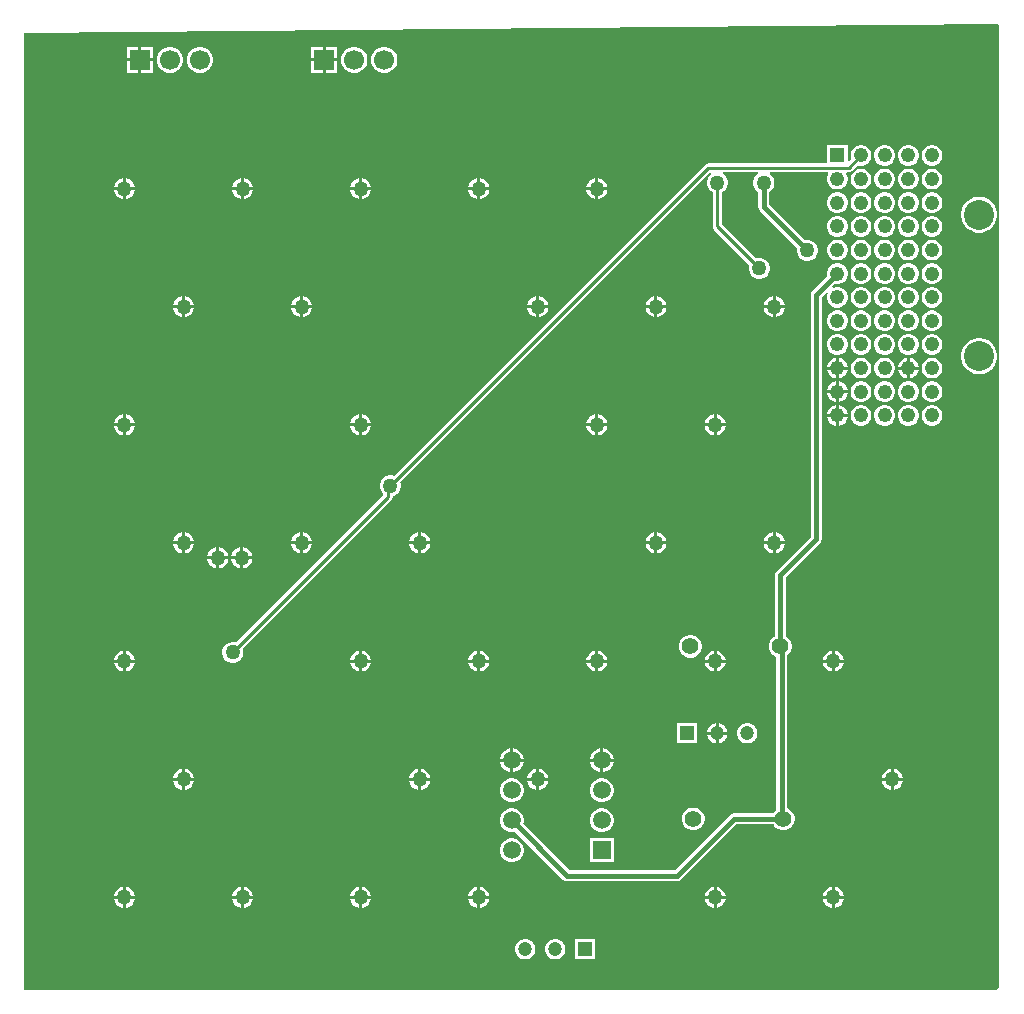
<source format=gbl>
G04*
G04 #@! TF.GenerationSoftware,Altium Limited,Altium Designer,22.10.1 (41)*
G04*
G04 Layer_Physical_Order=2*
G04 Layer_Color=16711680*
%FSLAX44Y44*%
%MOMM*%
G71*
G04*
G04 #@! TF.SameCoordinates,BBA1CDE9-E941-4060-8147-212A69EDE18F*
G04*
G04*
G04 #@! TF.FilePolarity,Positive*
G04*
G01*
G75*
%ADD14C,0.2540*%
%ADD30C,1.2000*%
%ADD31R,1.2000X1.2000*%
%ADD39C,0.4064*%
%ADD42R,1.2430X1.2430*%
%ADD43C,1.2430*%
%ADD44R,1.5000X1.5000*%
%ADD45C,1.5000*%
%ADD46C,1.4000*%
%ADD47C,1.7000*%
%ADD48R,1.7000X1.7000*%
%ADD49C,1.2700*%
%ADD50C,2.5400*%
G36*
X840740Y838568D02*
Y24130D01*
X838200Y21590D01*
X15240D01*
Y831850D01*
X839838Y839462D01*
X840740Y838568D01*
D02*
G37*
%LPC*%
G36*
X280280Y820030D02*
X270510D01*
Y810260D01*
X280280D01*
Y820030D01*
D02*
G37*
G36*
X267970D02*
X258200D01*
Y810260D01*
X267970D01*
Y820030D01*
D02*
G37*
G36*
X124070D02*
X114300D01*
Y810260D01*
X124070D01*
Y820030D01*
D02*
G37*
G36*
X111760D02*
X101990D01*
Y810260D01*
X111760D01*
Y820030D01*
D02*
G37*
G36*
X321493D02*
X318587D01*
X315779Y819278D01*
X313261Y817824D01*
X311206Y815769D01*
X309752Y813251D01*
X309000Y810443D01*
Y807537D01*
X309752Y804729D01*
X311206Y802211D01*
X313261Y800156D01*
X315779Y798702D01*
X318587Y797950D01*
X321493D01*
X324301Y798702D01*
X326819Y800156D01*
X328874Y802211D01*
X330328Y804729D01*
X331080Y807537D01*
Y810443D01*
X330328Y813251D01*
X328874Y815769D01*
X326819Y817824D01*
X324301Y819278D01*
X321493Y820030D01*
D02*
G37*
G36*
X296094D02*
X293187D01*
X290379Y819278D01*
X287861Y817824D01*
X285806Y815769D01*
X284352Y813251D01*
X283600Y810443D01*
Y807537D01*
X284352Y804729D01*
X285806Y802211D01*
X287861Y800156D01*
X290379Y798702D01*
X293187Y797950D01*
X296094D01*
X298901Y798702D01*
X301419Y800156D01*
X303474Y802211D01*
X304928Y804729D01*
X305680Y807537D01*
Y810443D01*
X304928Y813251D01*
X303474Y815769D01*
X301419Y817824D01*
X298901Y819278D01*
X296094Y820030D01*
D02*
G37*
G36*
X280280Y807720D02*
X270510D01*
Y797950D01*
X280280D01*
Y807720D01*
D02*
G37*
G36*
X267970D02*
X258200D01*
Y797950D01*
X267970D01*
Y807720D01*
D02*
G37*
G36*
X165284Y820030D02*
X162377D01*
X159569Y819278D01*
X157051Y817824D01*
X154996Y815769D01*
X153542Y813251D01*
X152790Y810443D01*
Y807537D01*
X153542Y804729D01*
X154996Y802211D01*
X157051Y800156D01*
X159569Y798702D01*
X162377Y797950D01*
X165284D01*
X168091Y798702D01*
X170609Y800156D01*
X172664Y802211D01*
X174118Y804729D01*
X174870Y807537D01*
Y810443D01*
X174118Y813251D01*
X172664Y815769D01*
X170609Y817824D01*
X168091Y819278D01*
X165284Y820030D01*
D02*
G37*
G36*
X139883D02*
X136977D01*
X134169Y819278D01*
X131651Y817824D01*
X129596Y815769D01*
X128142Y813251D01*
X127390Y810443D01*
Y807537D01*
X128142Y804729D01*
X129596Y802211D01*
X131651Y800156D01*
X134169Y798702D01*
X136977Y797950D01*
X139883D01*
X142691Y798702D01*
X145209Y800156D01*
X147264Y802211D01*
X148718Y804729D01*
X149470Y807537D01*
Y810443D01*
X148718Y813251D01*
X147264Y815769D01*
X145209Y817824D01*
X142691Y819278D01*
X139883Y820030D01*
D02*
G37*
G36*
X124070Y807720D02*
X114300D01*
Y797950D01*
X124070D01*
Y807720D01*
D02*
G37*
G36*
X111760D02*
X101990D01*
Y797950D01*
X111760D01*
Y807720D01*
D02*
G37*
G36*
X724743Y736775D02*
X722437D01*
X720211Y736178D01*
X718214Y735026D01*
X716584Y733396D01*
X715432Y731399D01*
X714835Y729173D01*
Y726867D01*
X715281Y725204D01*
X713518Y723442D01*
X712345Y723928D01*
Y736775D01*
X694835D01*
Y721390D01*
X594315D01*
X592828Y721094D01*
X591568Y720252D01*
X328046Y456730D01*
X326290Y457200D01*
X323950D01*
X321689Y456594D01*
X319661Y455424D01*
X318006Y453769D01*
X316836Y451741D01*
X316230Y449480D01*
Y447140D01*
X316836Y444879D01*
X318006Y442851D01*
X319291Y441566D01*
Y440355D01*
X194696Y315760D01*
X192940Y316230D01*
X190600D01*
X188339Y315624D01*
X186311Y314454D01*
X184656Y312799D01*
X183486Y310771D01*
X182880Y308510D01*
Y306170D01*
X183486Y303909D01*
X184656Y301881D01*
X186311Y300226D01*
X188339Y299056D01*
X190600Y298450D01*
X192940D01*
X195201Y299056D01*
X197229Y300226D01*
X198884Y301881D01*
X200054Y303909D01*
X200660Y306170D01*
Y308510D01*
X200190Y310266D01*
X325923Y435999D01*
X326765Y437259D01*
X327061Y438746D01*
Y439626D01*
X328551Y440026D01*
X330579Y441196D01*
X332234Y442851D01*
X333404Y444879D01*
X334010Y447140D01*
Y449480D01*
X333540Y451236D01*
X595628Y713325D01*
X596190Y713239D01*
X596463Y712189D01*
X596469Y711911D01*
X594866Y710309D01*
X593696Y708281D01*
X593090Y706020D01*
Y703680D01*
X593696Y701419D01*
X594866Y699391D01*
X596521Y697736D01*
X598095Y696827D01*
Y668020D01*
X598391Y666533D01*
X599233Y665273D01*
X629120Y635386D01*
X628650Y633630D01*
Y631290D01*
X629256Y629029D01*
X630426Y627001D01*
X632081Y625346D01*
X634109Y624176D01*
X636370Y623570D01*
X638710D01*
X640971Y624176D01*
X642999Y625346D01*
X644654Y627001D01*
X645824Y629029D01*
X646430Y631290D01*
Y633630D01*
X645824Y635891D01*
X644654Y637919D01*
X642999Y639574D01*
X640971Y640744D01*
X638710Y641350D01*
X636370D01*
X634614Y640880D01*
X605865Y669629D01*
Y696827D01*
X607439Y697736D01*
X609094Y699391D01*
X610264Y701419D01*
X610870Y703680D01*
Y706020D01*
X610264Y708281D01*
X609094Y710309D01*
X607439Y711964D01*
X606769Y712350D01*
X607109Y713620D01*
X636221D01*
X636561Y712350D01*
X635891Y711964D01*
X634236Y710309D01*
X633066Y708281D01*
X632460Y706020D01*
Y703680D01*
X633066Y701419D01*
X634236Y699391D01*
X635891Y697736D01*
X636688Y697276D01*
Y684530D01*
X637043Y682746D01*
X638054Y681234D01*
X669528Y649759D01*
X669290Y648870D01*
Y646530D01*
X669896Y644269D01*
X671066Y642241D01*
X672721Y640586D01*
X674749Y639416D01*
X677010Y638810D01*
X679350D01*
X681611Y639416D01*
X683639Y640586D01*
X685294Y642241D01*
X686464Y644269D01*
X687070Y646530D01*
Y648870D01*
X686464Y651131D01*
X685294Y653159D01*
X683639Y654814D01*
X681611Y655984D01*
X679350Y656590D01*
X677010D01*
X676121Y656352D01*
X646012Y686461D01*
Y697276D01*
X646809Y697736D01*
X648464Y699391D01*
X649634Y701419D01*
X650240Y703680D01*
Y706020D01*
X649634Y708281D01*
X648464Y710309D01*
X646809Y711964D01*
X646139Y712350D01*
X646479Y713620D01*
X695247D01*
X695981Y712350D01*
X695432Y711399D01*
X694835Y709173D01*
Y706867D01*
X695432Y704641D01*
X696584Y702644D01*
X698214Y701014D01*
X700211Y699862D01*
X702437Y699265D01*
X704743D01*
X706969Y699862D01*
X708966Y701014D01*
X710596Y702644D01*
X711748Y704641D01*
X712345Y706867D01*
Y709173D01*
X711748Y711399D01*
X711199Y712350D01*
X711933Y713620D01*
X713075D01*
X714562Y713916D01*
X715822Y714758D01*
X720774Y719711D01*
X722437Y719265D01*
X724743D01*
X726969Y719862D01*
X728966Y721014D01*
X730596Y722644D01*
X731748Y724641D01*
X732345Y726867D01*
Y729173D01*
X731748Y731399D01*
X730596Y733396D01*
X728966Y735026D01*
X726969Y736178D01*
X724743Y736775D01*
D02*
G37*
G36*
X784743D02*
X782437D01*
X780211Y736178D01*
X778214Y735026D01*
X776584Y733396D01*
X775432Y731399D01*
X774835Y729173D01*
Y726867D01*
X775432Y724641D01*
X776584Y722644D01*
X778214Y721014D01*
X780211Y719862D01*
X782437Y719265D01*
X784743D01*
X786969Y719862D01*
X788966Y721014D01*
X790596Y722644D01*
X791748Y724641D01*
X792345Y726867D01*
Y729173D01*
X791748Y731399D01*
X790596Y733396D01*
X788966Y735026D01*
X786969Y736178D01*
X784743Y736775D01*
D02*
G37*
G36*
X764743D02*
X762437D01*
X760211Y736178D01*
X758214Y735026D01*
X756584Y733396D01*
X755432Y731399D01*
X754835Y729173D01*
Y726867D01*
X755432Y724641D01*
X756584Y722644D01*
X758214Y721014D01*
X760211Y719862D01*
X762437Y719265D01*
X764743D01*
X766969Y719862D01*
X768966Y721014D01*
X770596Y722644D01*
X771748Y724641D01*
X772345Y726867D01*
Y729173D01*
X771748Y731399D01*
X770596Y733396D01*
X768966Y735026D01*
X766969Y736178D01*
X764743Y736775D01*
D02*
G37*
G36*
X744743D02*
X742437D01*
X740211Y736178D01*
X738214Y735026D01*
X736584Y733396D01*
X735432Y731399D01*
X734835Y729173D01*
Y726867D01*
X735432Y724641D01*
X736584Y722644D01*
X738214Y721014D01*
X740211Y719862D01*
X742437Y719265D01*
X744743D01*
X746969Y719862D01*
X748966Y721014D01*
X750596Y722644D01*
X751748Y724641D01*
X752345Y726867D01*
Y729173D01*
X751748Y731399D01*
X750596Y733396D01*
X748966Y735026D01*
X746969Y736178D01*
X744743Y736775D01*
D02*
G37*
G36*
X501270Y708863D02*
Y701270D01*
X508863D01*
X508284Y703431D01*
X507114Y705459D01*
X505459Y707114D01*
X503431Y708284D01*
X501270Y708863D01*
D02*
G37*
G36*
X498730D02*
X496569Y708284D01*
X494541Y707114D01*
X492886Y705459D01*
X491716Y703431D01*
X491137Y701270D01*
X498730D01*
Y708863D01*
D02*
G37*
G36*
X401270D02*
Y701270D01*
X408863D01*
X408284Y703431D01*
X407114Y705459D01*
X405459Y707114D01*
X403431Y708284D01*
X401270Y708863D01*
D02*
G37*
G36*
X398730D02*
X396569Y708284D01*
X394541Y707114D01*
X392886Y705459D01*
X391716Y703431D01*
X391137Y701270D01*
X398730D01*
Y708863D01*
D02*
G37*
G36*
X301270D02*
Y701270D01*
X308863D01*
X308284Y703431D01*
X307114Y705459D01*
X305459Y707114D01*
X303431Y708284D01*
X301270Y708863D01*
D02*
G37*
G36*
X298730D02*
X296569Y708284D01*
X294541Y707114D01*
X292886Y705459D01*
X291716Y703431D01*
X291137Y701270D01*
X298730D01*
Y708863D01*
D02*
G37*
G36*
X201270D02*
Y701270D01*
X208863D01*
X208284Y703431D01*
X207114Y705459D01*
X205459Y707114D01*
X203431Y708284D01*
X201270Y708863D01*
D02*
G37*
G36*
X198730D02*
X196569Y708284D01*
X194541Y707114D01*
X192886Y705459D01*
X191716Y703431D01*
X191137Y701270D01*
X198730D01*
Y708863D01*
D02*
G37*
G36*
X101270D02*
Y701270D01*
X108863D01*
X108284Y703431D01*
X107114Y705459D01*
X105459Y707114D01*
X103431Y708284D01*
X101270Y708863D01*
D02*
G37*
G36*
X98730D02*
X96569Y708284D01*
X94541Y707114D01*
X92886Y705459D01*
X91716Y703431D01*
X91137Y701270D01*
X98730D01*
Y708863D01*
D02*
G37*
G36*
X784743Y716775D02*
X782437D01*
X780211Y716178D01*
X778214Y715026D01*
X776584Y713396D01*
X775432Y711399D01*
X774835Y709173D01*
Y706867D01*
X775432Y704641D01*
X776584Y702644D01*
X778214Y701014D01*
X780211Y699862D01*
X782437Y699265D01*
X784743D01*
X786969Y699862D01*
X788966Y701014D01*
X790596Y702644D01*
X791748Y704641D01*
X792345Y706867D01*
Y709173D01*
X791748Y711399D01*
X790596Y713396D01*
X788966Y715026D01*
X786969Y716178D01*
X784743Y716775D01*
D02*
G37*
G36*
X764743D02*
X762437D01*
X760211Y716178D01*
X758214Y715026D01*
X756584Y713396D01*
X755432Y711399D01*
X754835Y709173D01*
Y706867D01*
X755432Y704641D01*
X756584Y702644D01*
X758214Y701014D01*
X760211Y699862D01*
X762437Y699265D01*
X764743D01*
X766969Y699862D01*
X768966Y701014D01*
X770596Y702644D01*
X771748Y704641D01*
X772345Y706867D01*
Y709173D01*
X771748Y711399D01*
X770596Y713396D01*
X768966Y715026D01*
X766969Y716178D01*
X764743Y716775D01*
D02*
G37*
G36*
X744743D02*
X742437D01*
X740211Y716178D01*
X738214Y715026D01*
X736584Y713396D01*
X735432Y711399D01*
X734835Y709173D01*
Y706867D01*
X735432Y704641D01*
X736584Y702644D01*
X738214Y701014D01*
X740211Y699862D01*
X742437Y699265D01*
X744743D01*
X746969Y699862D01*
X748966Y701014D01*
X750596Y702644D01*
X751748Y704641D01*
X752345Y706867D01*
Y709173D01*
X751748Y711399D01*
X750596Y713396D01*
X748966Y715026D01*
X746969Y716178D01*
X744743Y716775D01*
D02*
G37*
G36*
X724743D02*
X722437D01*
X720211Y716178D01*
X718214Y715026D01*
X716584Y713396D01*
X715432Y711399D01*
X714835Y709173D01*
Y706867D01*
X715432Y704641D01*
X716584Y702644D01*
X718214Y701014D01*
X720211Y699862D01*
X722437Y699265D01*
X724743D01*
X726969Y699862D01*
X728966Y701014D01*
X730596Y702644D01*
X731748Y704641D01*
X732345Y706867D01*
Y709173D01*
X731748Y711399D01*
X730596Y713396D01*
X728966Y715026D01*
X726969Y716178D01*
X724743Y716775D01*
D02*
G37*
G36*
X508863Y698730D02*
X501270D01*
Y691137D01*
X503431Y691716D01*
X505459Y692886D01*
X507114Y694541D01*
X508284Y696569D01*
X508863Y698730D01*
D02*
G37*
G36*
X498730D02*
X491137D01*
X491716Y696569D01*
X492886Y694541D01*
X494541Y692886D01*
X496569Y691716D01*
X498730Y691137D01*
Y698730D01*
D02*
G37*
G36*
X408863D02*
X401270D01*
Y691137D01*
X403431Y691716D01*
X405459Y692886D01*
X407114Y694541D01*
X408284Y696569D01*
X408863Y698730D01*
D02*
G37*
G36*
X398730D02*
X391137D01*
X391716Y696569D01*
X392886Y694541D01*
X394541Y692886D01*
X396569Y691716D01*
X398730Y691137D01*
Y698730D01*
D02*
G37*
G36*
X308863D02*
X301270D01*
Y691137D01*
X303431Y691716D01*
X305459Y692886D01*
X307114Y694541D01*
X308284Y696569D01*
X308863Y698730D01*
D02*
G37*
G36*
X298730D02*
X291137D01*
X291716Y696569D01*
X292886Y694541D01*
X294541Y692886D01*
X296569Y691716D01*
X298730Y691137D01*
Y698730D01*
D02*
G37*
G36*
X108863D02*
X101270D01*
Y691137D01*
X103431Y691716D01*
X105459Y692886D01*
X107114Y694541D01*
X108284Y696569D01*
X108863Y698730D01*
D02*
G37*
G36*
X98730D02*
X91137D01*
X91716Y696569D01*
X92886Y694541D01*
X94541Y692886D01*
X96569Y691716D01*
X98730Y691137D01*
Y698730D01*
D02*
G37*
G36*
X208863D02*
X201270D01*
Y691137D01*
X203431Y691716D01*
X205459Y692886D01*
X207114Y694541D01*
X208284Y696569D01*
X208863Y698730D01*
D02*
G37*
G36*
X198730D02*
X191137D01*
X191716Y696569D01*
X192886Y694541D01*
X194541Y692886D01*
X196569Y691716D01*
X198730Y691137D01*
Y698730D01*
D02*
G37*
G36*
X784743Y696775D02*
X782437D01*
X780211Y696178D01*
X778214Y695026D01*
X776584Y693396D01*
X775432Y691399D01*
X774835Y689173D01*
Y686867D01*
X775432Y684641D01*
X776584Y682644D01*
X778214Y681014D01*
X780211Y679862D01*
X782437Y679265D01*
X784743D01*
X786969Y679862D01*
X788966Y681014D01*
X790596Y682644D01*
X791748Y684641D01*
X792345Y686867D01*
Y689173D01*
X791748Y691399D01*
X790596Y693396D01*
X788966Y695026D01*
X786969Y696178D01*
X784743Y696775D01*
D02*
G37*
G36*
X764743D02*
X762437D01*
X760211Y696178D01*
X758214Y695026D01*
X756584Y693396D01*
X755432Y691399D01*
X754835Y689173D01*
Y686867D01*
X755432Y684641D01*
X756584Y682644D01*
X758214Y681014D01*
X760211Y679862D01*
X762437Y679265D01*
X764743D01*
X766969Y679862D01*
X768966Y681014D01*
X770596Y682644D01*
X771748Y684641D01*
X772345Y686867D01*
Y689173D01*
X771748Y691399D01*
X770596Y693396D01*
X768966Y695026D01*
X766969Y696178D01*
X764743Y696775D01*
D02*
G37*
G36*
X744743D02*
X742437D01*
X740211Y696178D01*
X738214Y695026D01*
X736584Y693396D01*
X735432Y691399D01*
X734835Y689173D01*
Y686867D01*
X735432Y684641D01*
X736584Y682644D01*
X738214Y681014D01*
X740211Y679862D01*
X742437Y679265D01*
X744743D01*
X746969Y679862D01*
X748966Y681014D01*
X750596Y682644D01*
X751748Y684641D01*
X752345Y686867D01*
Y689173D01*
X751748Y691399D01*
X750596Y693396D01*
X748966Y695026D01*
X746969Y696178D01*
X744743Y696775D01*
D02*
G37*
G36*
X724743D02*
X722437D01*
X720211Y696178D01*
X718214Y695026D01*
X716584Y693396D01*
X715432Y691399D01*
X714835Y689173D01*
Y686867D01*
X715432Y684641D01*
X716584Y682644D01*
X718214Y681014D01*
X720211Y679862D01*
X722437Y679265D01*
X724743D01*
X726969Y679862D01*
X728966Y681014D01*
X730596Y682644D01*
X731748Y684641D01*
X732345Y686867D01*
Y689173D01*
X731748Y691399D01*
X730596Y693396D01*
X728966Y695026D01*
X726969Y696178D01*
X724743Y696775D01*
D02*
G37*
G36*
X704743D02*
X702437D01*
X700211Y696178D01*
X698214Y695026D01*
X696584Y693396D01*
X695432Y691399D01*
X694835Y689173D01*
Y686867D01*
X695432Y684641D01*
X696584Y682644D01*
X698214Y681014D01*
X700211Y679862D01*
X702437Y679265D01*
X704743D01*
X706969Y679862D01*
X708966Y681014D01*
X710596Y682644D01*
X711748Y684641D01*
X712345Y686867D01*
Y689173D01*
X711748Y691399D01*
X710596Y693396D01*
X708966Y695026D01*
X706969Y696178D01*
X704743Y696775D01*
D02*
G37*
G36*
X825091Y693260D02*
X822089D01*
X819145Y692674D01*
X816371Y691525D01*
X813875Y689858D01*
X811752Y687735D01*
X810085Y685239D01*
X808936Y682465D01*
X808350Y679521D01*
Y676519D01*
X808936Y673575D01*
X810085Y670801D01*
X811752Y668305D01*
X813875Y666182D01*
X816371Y664514D01*
X819145Y663366D01*
X822089Y662780D01*
X825091D01*
X828035Y663366D01*
X830809Y664514D01*
X833305Y666182D01*
X835428Y668305D01*
X837095Y670801D01*
X838244Y673575D01*
X838830Y676519D01*
Y679521D01*
X838244Y682465D01*
X837095Y685239D01*
X835428Y687735D01*
X833305Y689858D01*
X830809Y691525D01*
X828035Y692674D01*
X825091Y693260D01*
D02*
G37*
G36*
X784743Y676775D02*
X782437D01*
X780211Y676178D01*
X778214Y675026D01*
X776584Y673396D01*
X775432Y671399D01*
X774835Y669173D01*
Y666867D01*
X775432Y664641D01*
X776584Y662644D01*
X778214Y661014D01*
X780211Y659862D01*
X782437Y659265D01*
X784743D01*
X786969Y659862D01*
X788966Y661014D01*
X790596Y662644D01*
X791748Y664641D01*
X792345Y666867D01*
Y669173D01*
X791748Y671399D01*
X790596Y673396D01*
X788966Y675026D01*
X786969Y676178D01*
X784743Y676775D01*
D02*
G37*
G36*
X764743D02*
X762437D01*
X760211Y676178D01*
X758214Y675026D01*
X756584Y673396D01*
X755432Y671399D01*
X754835Y669173D01*
Y666867D01*
X755432Y664641D01*
X756584Y662644D01*
X758214Y661014D01*
X760211Y659862D01*
X762437Y659265D01*
X764743D01*
X766969Y659862D01*
X768966Y661014D01*
X770596Y662644D01*
X771748Y664641D01*
X772345Y666867D01*
Y669173D01*
X771748Y671399D01*
X770596Y673396D01*
X768966Y675026D01*
X766969Y676178D01*
X764743Y676775D01*
D02*
G37*
G36*
X744743D02*
X742437D01*
X740211Y676178D01*
X738214Y675026D01*
X736584Y673396D01*
X735432Y671399D01*
X734835Y669173D01*
Y666867D01*
X735432Y664641D01*
X736584Y662644D01*
X738214Y661014D01*
X740211Y659862D01*
X742437Y659265D01*
X744743D01*
X746969Y659862D01*
X748966Y661014D01*
X750596Y662644D01*
X751748Y664641D01*
X752345Y666867D01*
Y669173D01*
X751748Y671399D01*
X750596Y673396D01*
X748966Y675026D01*
X746969Y676178D01*
X744743Y676775D01*
D02*
G37*
G36*
X724743D02*
X722437D01*
X720211Y676178D01*
X718214Y675026D01*
X716584Y673396D01*
X715432Y671399D01*
X714835Y669173D01*
Y666867D01*
X715432Y664641D01*
X716584Y662644D01*
X718214Y661014D01*
X720211Y659862D01*
X722437Y659265D01*
X724743D01*
X726969Y659862D01*
X728966Y661014D01*
X730596Y662644D01*
X731748Y664641D01*
X732345Y666867D01*
Y669173D01*
X731748Y671399D01*
X730596Y673396D01*
X728966Y675026D01*
X726969Y676178D01*
X724743Y676775D01*
D02*
G37*
G36*
X704743D02*
X702437D01*
X700211Y676178D01*
X698214Y675026D01*
X696584Y673396D01*
X695432Y671399D01*
X694835Y669173D01*
Y666867D01*
X695432Y664641D01*
X696584Y662644D01*
X698214Y661014D01*
X700211Y659862D01*
X702437Y659265D01*
X704743D01*
X706969Y659862D01*
X708966Y661014D01*
X710596Y662644D01*
X711748Y664641D01*
X712345Y666867D01*
Y669173D01*
X711748Y671399D01*
X710596Y673396D01*
X708966Y675026D01*
X706969Y676178D01*
X704743Y676775D01*
D02*
G37*
G36*
X784743Y656775D02*
X782437D01*
X780211Y656178D01*
X778214Y655026D01*
X776584Y653396D01*
X775432Y651399D01*
X774835Y649173D01*
Y646867D01*
X775432Y644641D01*
X776584Y642644D01*
X778214Y641014D01*
X780211Y639862D01*
X782437Y639265D01*
X784743D01*
X786969Y639862D01*
X788966Y641014D01*
X790596Y642644D01*
X791748Y644641D01*
X792345Y646867D01*
Y649173D01*
X791748Y651399D01*
X790596Y653396D01*
X788966Y655026D01*
X786969Y656178D01*
X784743Y656775D01*
D02*
G37*
G36*
X764743D02*
X762437D01*
X760211Y656178D01*
X758214Y655026D01*
X756584Y653396D01*
X755432Y651399D01*
X754835Y649173D01*
Y646867D01*
X755432Y644641D01*
X756584Y642644D01*
X758214Y641014D01*
X760211Y639862D01*
X762437Y639265D01*
X764743D01*
X766969Y639862D01*
X768966Y641014D01*
X770596Y642644D01*
X771748Y644641D01*
X772345Y646867D01*
Y649173D01*
X771748Y651399D01*
X770596Y653396D01*
X768966Y655026D01*
X766969Y656178D01*
X764743Y656775D01*
D02*
G37*
G36*
X744743D02*
X742437D01*
X740211Y656178D01*
X738214Y655026D01*
X736584Y653396D01*
X735432Y651399D01*
X734835Y649173D01*
Y646867D01*
X735432Y644641D01*
X736584Y642644D01*
X738214Y641014D01*
X740211Y639862D01*
X742437Y639265D01*
X744743D01*
X746969Y639862D01*
X748966Y641014D01*
X750596Y642644D01*
X751748Y644641D01*
X752345Y646867D01*
Y649173D01*
X751748Y651399D01*
X750596Y653396D01*
X748966Y655026D01*
X746969Y656178D01*
X744743Y656775D01*
D02*
G37*
G36*
X724743D02*
X722437D01*
X720211Y656178D01*
X718214Y655026D01*
X716584Y653396D01*
X715432Y651399D01*
X714835Y649173D01*
Y646867D01*
X715432Y644641D01*
X716584Y642644D01*
X718214Y641014D01*
X720211Y639862D01*
X722437Y639265D01*
X724743D01*
X726969Y639862D01*
X728966Y641014D01*
X730596Y642644D01*
X731748Y644641D01*
X732345Y646867D01*
Y649173D01*
X731748Y651399D01*
X730596Y653396D01*
X728966Y655026D01*
X726969Y656178D01*
X724743Y656775D01*
D02*
G37*
G36*
X704743D02*
X702437D01*
X700211Y656178D01*
X698214Y655026D01*
X696584Y653396D01*
X695432Y651399D01*
X694835Y649173D01*
Y646867D01*
X695432Y644641D01*
X696584Y642644D01*
X698214Y641014D01*
X700211Y639862D01*
X702437Y639265D01*
X704743D01*
X706969Y639862D01*
X708966Y641014D01*
X710596Y642644D01*
X711748Y644641D01*
X712345Y646867D01*
Y649173D01*
X711748Y651399D01*
X710596Y653396D01*
X708966Y655026D01*
X706969Y656178D01*
X704743Y656775D01*
D02*
G37*
G36*
X784743Y636775D02*
X782437D01*
X780211Y636178D01*
X778214Y635026D01*
X776584Y633396D01*
X775432Y631399D01*
X774835Y629173D01*
Y626867D01*
X775432Y624641D01*
X776584Y622644D01*
X778214Y621014D01*
X780211Y619862D01*
X782437Y619265D01*
X784743D01*
X786969Y619862D01*
X788966Y621014D01*
X790596Y622644D01*
X791748Y624641D01*
X792345Y626867D01*
Y629173D01*
X791748Y631399D01*
X790596Y633396D01*
X788966Y635026D01*
X786969Y636178D01*
X784743Y636775D01*
D02*
G37*
G36*
X764743D02*
X762437D01*
X760211Y636178D01*
X758214Y635026D01*
X756584Y633396D01*
X755432Y631399D01*
X754835Y629173D01*
Y626867D01*
X755432Y624641D01*
X756584Y622644D01*
X758214Y621014D01*
X760211Y619862D01*
X762437Y619265D01*
X764743D01*
X766969Y619862D01*
X768966Y621014D01*
X770596Y622644D01*
X771748Y624641D01*
X772345Y626867D01*
Y629173D01*
X771748Y631399D01*
X770596Y633396D01*
X768966Y635026D01*
X766969Y636178D01*
X764743Y636775D01*
D02*
G37*
G36*
X744743D02*
X742437D01*
X740211Y636178D01*
X738214Y635026D01*
X736584Y633396D01*
X735432Y631399D01*
X734835Y629173D01*
Y626867D01*
X735432Y624641D01*
X736584Y622644D01*
X738214Y621014D01*
X740211Y619862D01*
X742437Y619265D01*
X744743D01*
X746969Y619862D01*
X748966Y621014D01*
X750596Y622644D01*
X751748Y624641D01*
X752345Y626867D01*
Y629173D01*
X751748Y631399D01*
X750596Y633396D01*
X748966Y635026D01*
X746969Y636178D01*
X744743Y636775D01*
D02*
G37*
G36*
X724743D02*
X722437D01*
X720211Y636178D01*
X718214Y635026D01*
X716584Y633396D01*
X715432Y631399D01*
X714835Y629173D01*
Y626867D01*
X715432Y624641D01*
X716584Y622644D01*
X718214Y621014D01*
X720211Y619862D01*
X722437Y619265D01*
X724743D01*
X726969Y619862D01*
X728966Y621014D01*
X730596Y622644D01*
X731748Y624641D01*
X732345Y626867D01*
Y629173D01*
X731748Y631399D01*
X730596Y633396D01*
X728966Y635026D01*
X726969Y636178D01*
X724743Y636775D01*
D02*
G37*
G36*
X704743D02*
X702437D01*
X700211Y636178D01*
X698214Y635026D01*
X696584Y633396D01*
X695432Y631399D01*
X694835Y629173D01*
Y626867D01*
X695048Y626071D01*
X682504Y613526D01*
X681493Y612014D01*
X681138Y610230D01*
Y404831D01*
X652024Y375716D01*
X651013Y374204D01*
X650658Y372420D01*
Y320745D01*
X649462Y320054D01*
X647686Y318278D01*
X646430Y316102D01*
X645780Y313676D01*
Y311164D01*
X646430Y308738D01*
X647686Y306562D01*
X649462Y304786D01*
X651638Y303530D01*
X651928Y303452D01*
Y173930D01*
X650226Y172228D01*
X649536Y171032D01*
X615950D01*
X614166Y170677D01*
X612654Y169666D01*
X565759Y122772D01*
X476911D01*
X437581Y162102D01*
X438030Y163778D01*
Y166422D01*
X437346Y168975D01*
X436024Y171265D01*
X434155Y173134D01*
X431865Y174456D01*
X429312Y175140D01*
X426668D01*
X424115Y174456D01*
X421825Y173134D01*
X419956Y171265D01*
X418634Y168975D01*
X417950Y166422D01*
Y163778D01*
X418634Y161225D01*
X419956Y158935D01*
X421825Y157066D01*
X424115Y155744D01*
X426668Y155060D01*
X429312D01*
X430988Y155509D01*
X471684Y114814D01*
X473196Y113803D01*
X474980Y113448D01*
X567690D01*
X569474Y113803D01*
X570986Y114814D01*
X617881Y161708D01*
X649536D01*
X650226Y160512D01*
X652002Y158736D01*
X654178Y157480D01*
X656604Y156830D01*
X659116D01*
X661542Y157480D01*
X663718Y158736D01*
X665494Y160512D01*
X666750Y162688D01*
X667400Y165114D01*
Y167626D01*
X666750Y170052D01*
X665494Y172228D01*
X663718Y174004D01*
X661542Y175260D01*
X661252Y175338D01*
Y304860D01*
X662954Y306562D01*
X664210Y308738D01*
X664860Y311164D01*
Y313676D01*
X664210Y316102D01*
X662954Y318278D01*
X661178Y320054D01*
X659982Y320745D01*
Y370489D01*
X689096Y399604D01*
X690107Y401116D01*
X690462Y402900D01*
Y608299D01*
X694516Y612354D01*
X695533Y611574D01*
X695432Y611399D01*
X694835Y609173D01*
Y606867D01*
X695432Y604641D01*
X696584Y602644D01*
X698214Y601014D01*
X700211Y599862D01*
X702437Y599265D01*
X704743D01*
X706969Y599862D01*
X708966Y601014D01*
X710596Y602644D01*
X711748Y604641D01*
X712345Y606867D01*
Y609173D01*
X711748Y611399D01*
X710596Y613396D01*
X708966Y615026D01*
X706969Y616178D01*
X704743Y616775D01*
X702437D01*
X700211Y616178D01*
X700036Y616077D01*
X699256Y617094D01*
X701641Y619478D01*
X702437Y619265D01*
X704743D01*
X706969Y619862D01*
X708966Y621014D01*
X710596Y622644D01*
X711748Y624641D01*
X712345Y626867D01*
Y629173D01*
X711748Y631399D01*
X710596Y633396D01*
X708966Y635026D01*
X706969Y636178D01*
X704743Y636775D01*
D02*
G37*
G36*
X651270Y608863D02*
Y601270D01*
X658863D01*
X658284Y603431D01*
X657114Y605459D01*
X655459Y607114D01*
X653431Y608284D01*
X651270Y608863D01*
D02*
G37*
G36*
X648730D02*
X646569Y608284D01*
X644541Y607114D01*
X642886Y605459D01*
X641716Y603431D01*
X641137Y601270D01*
X648730D01*
Y608863D01*
D02*
G37*
G36*
X551270D02*
Y601270D01*
X558863D01*
X558284Y603431D01*
X557114Y605459D01*
X555459Y607114D01*
X553431Y608284D01*
X551270Y608863D01*
D02*
G37*
G36*
X548730D02*
X546569Y608284D01*
X544541Y607114D01*
X542886Y605459D01*
X541716Y603431D01*
X541137Y601270D01*
X548730D01*
Y608863D01*
D02*
G37*
G36*
X451270D02*
Y601270D01*
X458863D01*
X458284Y603431D01*
X457114Y605459D01*
X455459Y607114D01*
X453431Y608284D01*
X451270Y608863D01*
D02*
G37*
G36*
X448730D02*
X446569Y608284D01*
X444541Y607114D01*
X442886Y605459D01*
X441716Y603431D01*
X441137Y601270D01*
X448730D01*
Y608863D01*
D02*
G37*
G36*
X251270D02*
Y601270D01*
X258863D01*
X258284Y603431D01*
X257114Y605459D01*
X255459Y607114D01*
X253431Y608284D01*
X251270Y608863D01*
D02*
G37*
G36*
X248730D02*
X246569Y608284D01*
X244541Y607114D01*
X242886Y605459D01*
X241716Y603431D01*
X241137Y601270D01*
X248730D01*
Y608863D01*
D02*
G37*
G36*
X151270D02*
Y601270D01*
X158863D01*
X158284Y603431D01*
X157114Y605459D01*
X155459Y607114D01*
X153431Y608284D01*
X151270Y608863D01*
D02*
G37*
G36*
X148730D02*
X146569Y608284D01*
X144541Y607114D01*
X142886Y605459D01*
X141716Y603431D01*
X141137Y601270D01*
X148730D01*
Y608863D01*
D02*
G37*
G36*
X784743Y616775D02*
X782437D01*
X780211Y616178D01*
X778214Y615026D01*
X776584Y613396D01*
X775432Y611399D01*
X774835Y609173D01*
Y606867D01*
X775432Y604641D01*
X776584Y602644D01*
X778214Y601014D01*
X780211Y599862D01*
X782437Y599265D01*
X784743D01*
X786969Y599862D01*
X788966Y601014D01*
X790596Y602644D01*
X791748Y604641D01*
X792345Y606867D01*
Y609173D01*
X791748Y611399D01*
X790596Y613396D01*
X788966Y615026D01*
X786969Y616178D01*
X784743Y616775D01*
D02*
G37*
G36*
X764743D02*
X762437D01*
X760211Y616178D01*
X758214Y615026D01*
X756584Y613396D01*
X755432Y611399D01*
X754835Y609173D01*
Y606867D01*
X755432Y604641D01*
X756584Y602644D01*
X758214Y601014D01*
X760211Y599862D01*
X762437Y599265D01*
X764743D01*
X766969Y599862D01*
X768966Y601014D01*
X770596Y602644D01*
X771748Y604641D01*
X772345Y606867D01*
Y609173D01*
X771748Y611399D01*
X770596Y613396D01*
X768966Y615026D01*
X766969Y616178D01*
X764743Y616775D01*
D02*
G37*
G36*
X744743D02*
X742437D01*
X740211Y616178D01*
X738214Y615026D01*
X736584Y613396D01*
X735432Y611399D01*
X734835Y609173D01*
Y606867D01*
X735432Y604641D01*
X736584Y602644D01*
X738214Y601014D01*
X740211Y599862D01*
X742437Y599265D01*
X744743D01*
X746969Y599862D01*
X748966Y601014D01*
X750596Y602644D01*
X751748Y604641D01*
X752345Y606867D01*
Y609173D01*
X751748Y611399D01*
X750596Y613396D01*
X748966Y615026D01*
X746969Y616178D01*
X744743Y616775D01*
D02*
G37*
G36*
X724743D02*
X722437D01*
X720211Y616178D01*
X718214Y615026D01*
X716584Y613396D01*
X715432Y611399D01*
X714835Y609173D01*
Y606867D01*
X715432Y604641D01*
X716584Y602644D01*
X718214Y601014D01*
X720211Y599862D01*
X722437Y599265D01*
X724743D01*
X726969Y599862D01*
X728966Y601014D01*
X730596Y602644D01*
X731748Y604641D01*
X732345Y606867D01*
Y609173D01*
X731748Y611399D01*
X730596Y613396D01*
X728966Y615026D01*
X726969Y616178D01*
X724743Y616775D01*
D02*
G37*
G36*
X658863Y598730D02*
X651270D01*
Y591137D01*
X653431Y591716D01*
X655459Y592886D01*
X657114Y594541D01*
X658284Y596569D01*
X658863Y598730D01*
D02*
G37*
G36*
X648730D02*
X641137D01*
X641716Y596569D01*
X642886Y594541D01*
X644541Y592886D01*
X646569Y591716D01*
X648730Y591137D01*
Y598730D01*
D02*
G37*
G36*
X558863D02*
X551270D01*
Y591137D01*
X553431Y591716D01*
X555459Y592886D01*
X557114Y594541D01*
X558284Y596569D01*
X558863Y598730D01*
D02*
G37*
G36*
X548730D02*
X541137D01*
X541716Y596569D01*
X542886Y594541D01*
X544541Y592886D01*
X546569Y591716D01*
X548730Y591137D01*
Y598730D01*
D02*
G37*
G36*
X458863D02*
X451270D01*
Y591137D01*
X453431Y591716D01*
X455459Y592886D01*
X457114Y594541D01*
X458284Y596569D01*
X458863Y598730D01*
D02*
G37*
G36*
X448730D02*
X441137D01*
X441716Y596569D01*
X442886Y594541D01*
X444541Y592886D01*
X446569Y591716D01*
X448730Y591137D01*
Y598730D01*
D02*
G37*
G36*
X258863D02*
X251270D01*
Y591137D01*
X253431Y591716D01*
X255459Y592886D01*
X257114Y594541D01*
X258284Y596569D01*
X258863Y598730D01*
D02*
G37*
G36*
X248730D02*
X241137D01*
X241716Y596569D01*
X242886Y594541D01*
X244541Y592886D01*
X246569Y591716D01*
X248730Y591137D01*
Y598730D01*
D02*
G37*
G36*
X158863D02*
X151270D01*
Y591137D01*
X153431Y591716D01*
X155459Y592886D01*
X157114Y594541D01*
X158284Y596569D01*
X158863Y598730D01*
D02*
G37*
G36*
X148730D02*
X141137D01*
X141716Y596569D01*
X142886Y594541D01*
X144541Y592886D01*
X146569Y591716D01*
X148730Y591137D01*
Y598730D01*
D02*
G37*
G36*
X784743Y596775D02*
X782437D01*
X780211Y596178D01*
X778214Y595026D01*
X776584Y593396D01*
X775432Y591399D01*
X774835Y589173D01*
Y586867D01*
X775432Y584641D01*
X776584Y582644D01*
X778214Y581014D01*
X780211Y579862D01*
X782437Y579265D01*
X784743D01*
X786969Y579862D01*
X788966Y581014D01*
X790596Y582644D01*
X791748Y584641D01*
X792345Y586867D01*
Y589173D01*
X791748Y591399D01*
X790596Y593396D01*
X788966Y595026D01*
X786969Y596178D01*
X784743Y596775D01*
D02*
G37*
G36*
X764743D02*
X762437D01*
X760211Y596178D01*
X758214Y595026D01*
X756584Y593396D01*
X755432Y591399D01*
X754835Y589173D01*
Y586867D01*
X755432Y584641D01*
X756584Y582644D01*
X758214Y581014D01*
X760211Y579862D01*
X762437Y579265D01*
X764743D01*
X766969Y579862D01*
X768966Y581014D01*
X770596Y582644D01*
X771748Y584641D01*
X772345Y586867D01*
Y589173D01*
X771748Y591399D01*
X770596Y593396D01*
X768966Y595026D01*
X766969Y596178D01*
X764743Y596775D01*
D02*
G37*
G36*
X744743D02*
X742437D01*
X740211Y596178D01*
X738214Y595026D01*
X736584Y593396D01*
X735432Y591399D01*
X734835Y589173D01*
Y586867D01*
X735432Y584641D01*
X736584Y582644D01*
X738214Y581014D01*
X740211Y579862D01*
X742437Y579265D01*
X744743D01*
X746969Y579862D01*
X748966Y581014D01*
X750596Y582644D01*
X751748Y584641D01*
X752345Y586867D01*
Y589173D01*
X751748Y591399D01*
X750596Y593396D01*
X748966Y595026D01*
X746969Y596178D01*
X744743Y596775D01*
D02*
G37*
G36*
X724743D02*
X722437D01*
X720211Y596178D01*
X718214Y595026D01*
X716584Y593396D01*
X715432Y591399D01*
X714835Y589173D01*
Y586867D01*
X715432Y584641D01*
X716584Y582644D01*
X718214Y581014D01*
X720211Y579862D01*
X722437Y579265D01*
X724743D01*
X726969Y579862D01*
X728966Y581014D01*
X730596Y582644D01*
X731748Y584641D01*
X732345Y586867D01*
Y589173D01*
X731748Y591399D01*
X730596Y593396D01*
X728966Y595026D01*
X726969Y596178D01*
X724743Y596775D01*
D02*
G37*
G36*
X704743D02*
X702437D01*
X700211Y596178D01*
X698214Y595026D01*
X696584Y593396D01*
X695432Y591399D01*
X694835Y589173D01*
Y586867D01*
X695432Y584641D01*
X696584Y582644D01*
X698214Y581014D01*
X700211Y579862D01*
X702437Y579265D01*
X704743D01*
X706969Y579862D01*
X708966Y581014D01*
X710596Y582644D01*
X711748Y584641D01*
X712345Y586867D01*
Y589173D01*
X711748Y591399D01*
X710596Y593396D01*
X708966Y595026D01*
X706969Y596178D01*
X704743Y596775D01*
D02*
G37*
G36*
X784743Y576775D02*
X782437D01*
X780211Y576178D01*
X778214Y575026D01*
X776584Y573396D01*
X775432Y571399D01*
X774835Y569173D01*
Y566867D01*
X775432Y564641D01*
X776584Y562644D01*
X778214Y561014D01*
X780211Y559862D01*
X782437Y559265D01*
X784743D01*
X786969Y559862D01*
X788966Y561014D01*
X790596Y562644D01*
X791748Y564641D01*
X792345Y566867D01*
Y569173D01*
X791748Y571399D01*
X790596Y573396D01*
X788966Y575026D01*
X786969Y576178D01*
X784743Y576775D01*
D02*
G37*
G36*
X764743D02*
X762437D01*
X760211Y576178D01*
X758214Y575026D01*
X756584Y573396D01*
X755432Y571399D01*
X754835Y569173D01*
Y566867D01*
X755432Y564641D01*
X756584Y562644D01*
X758214Y561014D01*
X760211Y559862D01*
X762437Y559265D01*
X764743D01*
X766969Y559862D01*
X768966Y561014D01*
X770596Y562644D01*
X771748Y564641D01*
X772345Y566867D01*
Y569173D01*
X771748Y571399D01*
X770596Y573396D01*
X768966Y575026D01*
X766969Y576178D01*
X764743Y576775D01*
D02*
G37*
G36*
X744743D02*
X742437D01*
X740211Y576178D01*
X738214Y575026D01*
X736584Y573396D01*
X735432Y571399D01*
X734835Y569173D01*
Y566867D01*
X735432Y564641D01*
X736584Y562644D01*
X738214Y561014D01*
X740211Y559862D01*
X742437Y559265D01*
X744743D01*
X746969Y559862D01*
X748966Y561014D01*
X750596Y562644D01*
X751748Y564641D01*
X752345Y566867D01*
Y569173D01*
X751748Y571399D01*
X750596Y573396D01*
X748966Y575026D01*
X746969Y576178D01*
X744743Y576775D01*
D02*
G37*
G36*
X724743D02*
X722437D01*
X720211Y576178D01*
X718214Y575026D01*
X716584Y573396D01*
X715432Y571399D01*
X714835Y569173D01*
Y566867D01*
X715432Y564641D01*
X716584Y562644D01*
X718214Y561014D01*
X720211Y559862D01*
X722437Y559265D01*
X724743D01*
X726969Y559862D01*
X728966Y561014D01*
X730596Y562644D01*
X731748Y564641D01*
X732345Y566867D01*
Y569173D01*
X731748Y571399D01*
X730596Y573396D01*
X728966Y575026D01*
X726969Y576178D01*
X724743Y576775D01*
D02*
G37*
G36*
X704743D02*
X702437D01*
X700211Y576178D01*
X698214Y575026D01*
X696584Y573396D01*
X695432Y571399D01*
X694835Y569173D01*
Y566867D01*
X695432Y564641D01*
X696584Y562644D01*
X698214Y561014D01*
X700211Y559862D01*
X702437Y559265D01*
X704743D01*
X706969Y559862D01*
X708966Y561014D01*
X710596Y562644D01*
X711748Y564641D01*
X712345Y566867D01*
Y569173D01*
X711748Y571399D01*
X710596Y573396D01*
X708966Y575026D01*
X706969Y576178D01*
X704743Y576775D01*
D02*
G37*
G36*
X704860Y556744D02*
Y549290D01*
X712314D01*
X711748Y551399D01*
X710596Y553396D01*
X708966Y555026D01*
X706969Y556178D01*
X704860Y556744D01*
D02*
G37*
G36*
X702320D02*
X700211Y556178D01*
X698214Y555026D01*
X696584Y553396D01*
X695432Y551399D01*
X694866Y549290D01*
X702320D01*
Y556744D01*
D02*
G37*
G36*
X764860Y556744D02*
Y549290D01*
X772314D01*
X771748Y551399D01*
X770596Y553396D01*
X768966Y555026D01*
X766969Y556178D01*
X764860Y556744D01*
D02*
G37*
G36*
X762320Y556744D02*
X760211Y556178D01*
X758214Y555026D01*
X756584Y553396D01*
X755432Y551399D01*
X754866Y549290D01*
X762320D01*
Y556744D01*
D02*
G37*
G36*
X825091Y573260D02*
X822089D01*
X819145Y572674D01*
X816371Y571525D01*
X813875Y569858D01*
X811752Y567735D01*
X810085Y565239D01*
X808936Y562465D01*
X808350Y559521D01*
Y556519D01*
X808936Y553575D01*
X810085Y550801D01*
X811752Y548305D01*
X813875Y546182D01*
X816371Y544515D01*
X819145Y543366D01*
X822089Y542780D01*
X825091D01*
X828035Y543366D01*
X830809Y544515D01*
X833305Y546182D01*
X835428Y548305D01*
X837095Y550801D01*
X838244Y553575D01*
X838830Y556519D01*
Y559521D01*
X838244Y562465D01*
X837095Y565239D01*
X835428Y567735D01*
X833305Y569858D01*
X830809Y571525D01*
X828035Y572674D01*
X825091Y573260D01*
D02*
G37*
G36*
X772314Y546750D02*
X764860D01*
Y539296D01*
X766969Y539862D01*
X768966Y541014D01*
X770596Y542644D01*
X771748Y544641D01*
X772314Y546750D01*
D02*
G37*
G36*
X712314Y546750D02*
X704860D01*
Y539296D01*
X706969Y539862D01*
X708966Y541014D01*
X710596Y542644D01*
X711748Y544641D01*
X712314Y546750D01*
D02*
G37*
G36*
X702320D02*
X694866D01*
X695432Y544641D01*
X696584Y542644D01*
X698214Y541014D01*
X700211Y539862D01*
X702320Y539296D01*
Y546750D01*
D02*
G37*
G36*
X762320Y546750D02*
X754866D01*
X755432Y544641D01*
X756584Y542644D01*
X758214Y541014D01*
X760211Y539862D01*
X762320Y539296D01*
Y546750D01*
D02*
G37*
G36*
X784743Y556775D02*
X782437D01*
X780211Y556178D01*
X778214Y555026D01*
X776584Y553396D01*
X775432Y551399D01*
X774835Y549173D01*
Y546867D01*
X775432Y544641D01*
X776584Y542644D01*
X778214Y541014D01*
X780211Y539862D01*
X782437Y539265D01*
X784743D01*
X786969Y539862D01*
X788966Y541014D01*
X790596Y542644D01*
X791748Y544641D01*
X792345Y546867D01*
Y549173D01*
X791748Y551399D01*
X790596Y553396D01*
X788966Y555026D01*
X786969Y556178D01*
X784743Y556775D01*
D02*
G37*
G36*
X744743D02*
X742437D01*
X740211Y556178D01*
X738214Y555026D01*
X736584Y553396D01*
X735432Y551399D01*
X734835Y549173D01*
Y546867D01*
X735432Y544641D01*
X736584Y542644D01*
X738214Y541014D01*
X740211Y539862D01*
X742437Y539265D01*
X744743D01*
X746969Y539862D01*
X748966Y541014D01*
X750596Y542644D01*
X751748Y544641D01*
X752345Y546867D01*
Y549173D01*
X751748Y551399D01*
X750596Y553396D01*
X748966Y555026D01*
X746969Y556178D01*
X744743Y556775D01*
D02*
G37*
G36*
X724743D02*
X722437D01*
X720211Y556178D01*
X718214Y555026D01*
X716584Y553396D01*
X715432Y551399D01*
X714835Y549173D01*
Y546867D01*
X715432Y544641D01*
X716584Y542644D01*
X718214Y541014D01*
X720211Y539862D01*
X722437Y539265D01*
X724743D01*
X726969Y539862D01*
X728966Y541014D01*
X730596Y542644D01*
X731748Y544641D01*
X732345Y546867D01*
Y549173D01*
X731748Y551399D01*
X730596Y553396D01*
X728966Y555026D01*
X726969Y556178D01*
X724743Y556775D01*
D02*
G37*
G36*
X704860Y536744D02*
Y529290D01*
X712314D01*
X711748Y531399D01*
X710596Y533396D01*
X708966Y535026D01*
X706969Y536178D01*
X704860Y536744D01*
D02*
G37*
G36*
X702320D02*
X700211Y536178D01*
X698214Y535026D01*
X696584Y533396D01*
X695432Y531399D01*
X694866Y529290D01*
X702320D01*
Y536744D01*
D02*
G37*
G36*
Y526750D02*
X694866D01*
X695432Y524641D01*
X696584Y522644D01*
X698214Y521014D01*
X700211Y519862D01*
X702320Y519296D01*
Y526750D01*
D02*
G37*
G36*
X712314D02*
X704860D01*
Y519296D01*
X706969Y519862D01*
X708966Y521014D01*
X710596Y522644D01*
X711748Y524641D01*
X712314Y526750D01*
D02*
G37*
G36*
X784743Y536775D02*
X782437D01*
X780211Y536178D01*
X778214Y535026D01*
X776584Y533396D01*
X775432Y531399D01*
X774835Y529173D01*
Y526867D01*
X775432Y524641D01*
X776584Y522644D01*
X778214Y521014D01*
X780211Y519862D01*
X782437Y519265D01*
X784743D01*
X786969Y519862D01*
X788966Y521014D01*
X790596Y522644D01*
X791748Y524641D01*
X792345Y526867D01*
Y529173D01*
X791748Y531399D01*
X790596Y533396D01*
X788966Y535026D01*
X786969Y536178D01*
X784743Y536775D01*
D02*
G37*
G36*
X764743D02*
X762437D01*
X760211Y536178D01*
X758214Y535026D01*
X756584Y533396D01*
X755432Y531399D01*
X754835Y529173D01*
Y526867D01*
X755432Y524641D01*
X756584Y522644D01*
X758214Y521014D01*
X760211Y519862D01*
X762437Y519265D01*
X764743D01*
X766969Y519862D01*
X768966Y521014D01*
X770596Y522644D01*
X771748Y524641D01*
X772345Y526867D01*
Y529173D01*
X771748Y531399D01*
X770596Y533396D01*
X768966Y535026D01*
X766969Y536178D01*
X764743Y536775D01*
D02*
G37*
G36*
X744743D02*
X742437D01*
X740211Y536178D01*
X738214Y535026D01*
X736584Y533396D01*
X735432Y531399D01*
X734835Y529173D01*
Y526867D01*
X735432Y524641D01*
X736584Y522644D01*
X738214Y521014D01*
X740211Y519862D01*
X742437Y519265D01*
X744743D01*
X746969Y519862D01*
X748966Y521014D01*
X750596Y522644D01*
X751748Y524641D01*
X752345Y526867D01*
Y529173D01*
X751748Y531399D01*
X750596Y533396D01*
X748966Y535026D01*
X746969Y536178D01*
X744743Y536775D01*
D02*
G37*
G36*
X724743D02*
X722437D01*
X720211Y536178D01*
X718214Y535026D01*
X716584Y533396D01*
X715432Y531399D01*
X714835Y529173D01*
Y526867D01*
X715432Y524641D01*
X716584Y522644D01*
X718214Y521014D01*
X720211Y519862D01*
X722437Y519265D01*
X724743D01*
X726969Y519862D01*
X728966Y521014D01*
X730596Y522644D01*
X731748Y524641D01*
X732345Y526867D01*
Y529173D01*
X731748Y531399D01*
X730596Y533396D01*
X728966Y535026D01*
X726969Y536178D01*
X724743Y536775D01*
D02*
G37*
G36*
X704860Y516744D02*
Y509290D01*
X712314D01*
X711748Y511399D01*
X710596Y513396D01*
X708966Y515026D01*
X706969Y516178D01*
X704860Y516744D01*
D02*
G37*
G36*
X702320D02*
X700211Y516178D01*
X698214Y515026D01*
X696584Y513396D01*
X695432Y511399D01*
X694866Y509290D01*
X702320D01*
Y516744D01*
D02*
G37*
G36*
X601270Y508863D02*
Y501270D01*
X608863D01*
X608284Y503431D01*
X607114Y505459D01*
X605459Y507114D01*
X603431Y508284D01*
X601270Y508863D01*
D02*
G37*
G36*
X598730D02*
X596569Y508284D01*
X594541Y507114D01*
X592886Y505459D01*
X591716Y503431D01*
X591137Y501270D01*
X598730D01*
Y508863D01*
D02*
G37*
G36*
X501270D02*
Y501270D01*
X508863D01*
X508284Y503431D01*
X507114Y505459D01*
X505459Y507114D01*
X503431Y508284D01*
X501270Y508863D01*
D02*
G37*
G36*
X498730D02*
X496569Y508284D01*
X494541Y507114D01*
X492886Y505459D01*
X491716Y503431D01*
X491137Y501270D01*
X498730D01*
Y508863D01*
D02*
G37*
G36*
X301270D02*
Y501270D01*
X308863D01*
X308284Y503431D01*
X307114Y505459D01*
X305459Y507114D01*
X303431Y508284D01*
X301270Y508863D01*
D02*
G37*
G36*
X298730D02*
X296569Y508284D01*
X294541Y507114D01*
X292886Y505459D01*
X291716Y503431D01*
X291137Y501270D01*
X298730D01*
Y508863D01*
D02*
G37*
G36*
X101270D02*
Y501270D01*
X108863D01*
X108284Y503431D01*
X107114Y505459D01*
X105459Y507114D01*
X103431Y508284D01*
X101270Y508863D01*
D02*
G37*
G36*
X98730D02*
X96569Y508284D01*
X94541Y507114D01*
X92886Y505459D01*
X91716Y503431D01*
X91137Y501270D01*
X98730D01*
Y508863D01*
D02*
G37*
G36*
X712314Y506750D02*
X704860D01*
Y499296D01*
X706969Y499862D01*
X708966Y501014D01*
X710596Y502644D01*
X711748Y504641D01*
X712314Y506750D01*
D02*
G37*
G36*
X702320D02*
X694866D01*
X695432Y504641D01*
X696584Y502644D01*
X698214Y501014D01*
X700211Y499862D01*
X702320Y499296D01*
Y506750D01*
D02*
G37*
G36*
X784743Y516775D02*
X782437D01*
X780211Y516178D01*
X778214Y515026D01*
X776584Y513396D01*
X775432Y511399D01*
X774835Y509173D01*
Y506867D01*
X775432Y504641D01*
X776584Y502644D01*
X778214Y501014D01*
X780211Y499862D01*
X782437Y499265D01*
X784743D01*
X786969Y499862D01*
X788966Y501014D01*
X790596Y502644D01*
X791748Y504641D01*
X792345Y506867D01*
Y509173D01*
X791748Y511399D01*
X790596Y513396D01*
X788966Y515026D01*
X786969Y516178D01*
X784743Y516775D01*
D02*
G37*
G36*
X764743D02*
X762437D01*
X760211Y516178D01*
X758214Y515026D01*
X756584Y513396D01*
X755432Y511399D01*
X754835Y509173D01*
Y506867D01*
X755432Y504641D01*
X756584Y502644D01*
X758214Y501014D01*
X760211Y499862D01*
X762437Y499265D01*
X764743D01*
X766969Y499862D01*
X768966Y501014D01*
X770596Y502644D01*
X771748Y504641D01*
X772345Y506867D01*
Y509173D01*
X771748Y511399D01*
X770596Y513396D01*
X768966Y515026D01*
X766969Y516178D01*
X764743Y516775D01*
D02*
G37*
G36*
X744743D02*
X742437D01*
X740211Y516178D01*
X738214Y515026D01*
X736584Y513396D01*
X735432Y511399D01*
X734835Y509173D01*
Y506867D01*
X735432Y504641D01*
X736584Y502644D01*
X738214Y501014D01*
X740211Y499862D01*
X742437Y499265D01*
X744743D01*
X746969Y499862D01*
X748966Y501014D01*
X750596Y502644D01*
X751748Y504641D01*
X752345Y506867D01*
Y509173D01*
X751748Y511399D01*
X750596Y513396D01*
X748966Y515026D01*
X746969Y516178D01*
X744743Y516775D01*
D02*
G37*
G36*
X724743D02*
X722437D01*
X720211Y516178D01*
X718214Y515026D01*
X716584Y513396D01*
X715432Y511399D01*
X714835Y509173D01*
Y506867D01*
X715432Y504641D01*
X716584Y502644D01*
X718214Y501014D01*
X720211Y499862D01*
X722437Y499265D01*
X724743D01*
X726969Y499862D01*
X728966Y501014D01*
X730596Y502644D01*
X731748Y504641D01*
X732345Y506867D01*
Y509173D01*
X731748Y511399D01*
X730596Y513396D01*
X728966Y515026D01*
X726969Y516178D01*
X724743Y516775D01*
D02*
G37*
G36*
X608863Y498730D02*
X601270D01*
Y491137D01*
X603431Y491716D01*
X605459Y492886D01*
X607114Y494541D01*
X608284Y496569D01*
X608863Y498730D01*
D02*
G37*
G36*
X598730D02*
X591137D01*
X591716Y496569D01*
X592886Y494541D01*
X594541Y492886D01*
X596569Y491716D01*
X598730Y491137D01*
Y498730D01*
D02*
G37*
G36*
X508863D02*
X501270D01*
Y491137D01*
X503431Y491716D01*
X505459Y492886D01*
X507114Y494541D01*
X508284Y496569D01*
X508863Y498730D01*
D02*
G37*
G36*
X498730D02*
X491137D01*
X491716Y496569D01*
X492886Y494541D01*
X494541Y492886D01*
X496569Y491716D01*
X498730Y491137D01*
Y498730D01*
D02*
G37*
G36*
X308863D02*
X301270D01*
Y491137D01*
X303431Y491716D01*
X305459Y492886D01*
X307114Y494541D01*
X308284Y496569D01*
X308863Y498730D01*
D02*
G37*
G36*
X298730D02*
X291137D01*
X291716Y496569D01*
X292886Y494541D01*
X294541Y492886D01*
X296569Y491716D01*
X298730Y491137D01*
Y498730D01*
D02*
G37*
G36*
X108863D02*
X101270D01*
Y491137D01*
X103431Y491716D01*
X105459Y492886D01*
X107114Y494541D01*
X108284Y496569D01*
X108863Y498730D01*
D02*
G37*
G36*
X98730D02*
X91137D01*
X91716Y496569D01*
X92886Y494541D01*
X94541Y492886D01*
X96569Y491716D01*
X98730Y491137D01*
Y498730D01*
D02*
G37*
G36*
X651270Y408863D02*
Y401270D01*
X658863D01*
X658284Y403431D01*
X657114Y405459D01*
X655459Y407114D01*
X653431Y408284D01*
X651270Y408863D01*
D02*
G37*
G36*
X648730D02*
X646569Y408284D01*
X644541Y407114D01*
X642886Y405459D01*
X641716Y403431D01*
X641137Y401270D01*
X648730D01*
Y408863D01*
D02*
G37*
G36*
X551270D02*
Y401270D01*
X558863D01*
X558284Y403431D01*
X557114Y405459D01*
X555459Y407114D01*
X553431Y408284D01*
X551270Y408863D01*
D02*
G37*
G36*
X548730D02*
X546569Y408284D01*
X544541Y407114D01*
X542886Y405459D01*
X541716Y403431D01*
X541137Y401270D01*
X548730D01*
Y408863D01*
D02*
G37*
G36*
X351270D02*
Y401270D01*
X358863D01*
X358284Y403431D01*
X357114Y405459D01*
X355459Y407114D01*
X353431Y408284D01*
X351270Y408863D01*
D02*
G37*
G36*
X348730D02*
X346569Y408284D01*
X344541Y407114D01*
X342886Y405459D01*
X341716Y403431D01*
X341137Y401270D01*
X348730D01*
Y408863D01*
D02*
G37*
G36*
X251270D02*
Y401270D01*
X258863D01*
X258284Y403431D01*
X257114Y405459D01*
X255459Y407114D01*
X253431Y408284D01*
X251270Y408863D01*
D02*
G37*
G36*
X248730D02*
X246569Y408284D01*
X244541Y407114D01*
X242886Y405459D01*
X241716Y403431D01*
X241137Y401270D01*
X248730D01*
Y408863D01*
D02*
G37*
G36*
X151270D02*
Y401270D01*
X158863D01*
X158284Y403431D01*
X157114Y405459D01*
X155459Y407114D01*
X153431Y408284D01*
X151270Y408863D01*
D02*
G37*
G36*
X148730D02*
X146569Y408284D01*
X144541Y407114D01*
X142886Y405459D01*
X141716Y403431D01*
X141137Y401270D01*
X148730D01*
Y408863D01*
D02*
G37*
G36*
X658863Y398730D02*
X651270D01*
Y391137D01*
X653431Y391716D01*
X655459Y392886D01*
X657114Y394541D01*
X658284Y396569D01*
X658863Y398730D01*
D02*
G37*
G36*
X648730D02*
X641137D01*
X641716Y396569D01*
X642886Y394541D01*
X644541Y392886D01*
X646569Y391716D01*
X648730Y391137D01*
Y398730D01*
D02*
G37*
G36*
X558863D02*
X551270D01*
Y391137D01*
X553431Y391716D01*
X555459Y392886D01*
X557114Y394541D01*
X558284Y396569D01*
X558863Y398730D01*
D02*
G37*
G36*
X548730D02*
X541137D01*
X541716Y396569D01*
X542886Y394541D01*
X544541Y392886D01*
X546569Y391716D01*
X548730Y391137D01*
Y398730D01*
D02*
G37*
G36*
X358863D02*
X351270D01*
Y391137D01*
X353431Y391716D01*
X355459Y392886D01*
X357114Y394541D01*
X358284Y396569D01*
X358863Y398730D01*
D02*
G37*
G36*
X348730D02*
X341137D01*
X341716Y396569D01*
X342886Y394541D01*
X344541Y392886D01*
X346569Y391716D01*
X348730Y391137D01*
Y398730D01*
D02*
G37*
G36*
X258863D02*
X251270D01*
Y391137D01*
X253431Y391716D01*
X255459Y392886D01*
X257114Y394541D01*
X258284Y396569D01*
X258863Y398730D01*
D02*
G37*
G36*
X248730D02*
X241137D01*
X241716Y396569D01*
X242886Y394541D01*
X244541Y392886D01*
X246569Y391716D01*
X248730Y391137D01*
Y398730D01*
D02*
G37*
G36*
X158863D02*
X151270D01*
Y391137D01*
X153431Y391716D01*
X155459Y392886D01*
X157114Y394541D01*
X158284Y396569D01*
X158863Y398730D01*
D02*
G37*
G36*
X148730D02*
X141137D01*
X141716Y396569D01*
X142886Y394541D01*
X144541Y392886D01*
X146569Y391716D01*
X148730Y391137D01*
Y398730D01*
D02*
G37*
G36*
X200660Y396213D02*
Y388620D01*
X208253D01*
X207674Y390781D01*
X206504Y392809D01*
X204849Y394464D01*
X202821Y395634D01*
X200660Y396213D01*
D02*
G37*
G36*
X198120D02*
X195959Y395634D01*
X193931Y394464D01*
X192276Y392809D01*
X191106Y390781D01*
X190527Y388620D01*
X198120D01*
Y396213D01*
D02*
G37*
G36*
X180340D02*
Y388620D01*
X187933D01*
X187354Y390781D01*
X186184Y392809D01*
X184529Y394464D01*
X182501Y395634D01*
X180340Y396213D01*
D02*
G37*
G36*
X177800D02*
X175639Y395634D01*
X173611Y394464D01*
X171956Y392809D01*
X170786Y390781D01*
X170207Y388620D01*
X177800D01*
Y396213D01*
D02*
G37*
G36*
X208253Y386080D02*
X200660D01*
Y378487D01*
X202821Y379066D01*
X204849Y380236D01*
X206504Y381891D01*
X207674Y383919D01*
X208253Y386080D01*
D02*
G37*
G36*
X198120D02*
X190527D01*
X191106Y383919D01*
X192276Y381891D01*
X193931Y380236D01*
X195959Y379066D01*
X198120Y378487D01*
Y386080D01*
D02*
G37*
G36*
X187933D02*
X180340D01*
Y378487D01*
X182501Y379066D01*
X184529Y380236D01*
X186184Y381891D01*
X187354Y383919D01*
X187933Y386080D01*
D02*
G37*
G36*
X177800D02*
X170207D01*
X170786Y383919D01*
X171956Y381891D01*
X173611Y380236D01*
X175639Y379066D01*
X177800Y378487D01*
Y386080D01*
D02*
G37*
G36*
X580376Y321960D02*
X577864D01*
X575438Y321310D01*
X573262Y320054D01*
X571486Y318278D01*
X570230Y316102D01*
X569580Y313676D01*
Y311164D01*
X570230Y308738D01*
X571486Y306562D01*
X573262Y304786D01*
X575438Y303530D01*
X577864Y302880D01*
X580376D01*
X582802Y303530D01*
X584978Y304786D01*
X586754Y306562D01*
X588010Y308738D01*
X588660Y311164D01*
Y313676D01*
X588010Y316102D01*
X586754Y318278D01*
X584978Y320054D01*
X582802Y321310D01*
X580376Y321960D01*
D02*
G37*
G36*
X701270Y308863D02*
Y301270D01*
X708863D01*
X708284Y303431D01*
X707114Y305459D01*
X705459Y307114D01*
X703431Y308284D01*
X701270Y308863D01*
D02*
G37*
G36*
X698730D02*
X696569Y308284D01*
X694541Y307114D01*
X692886Y305459D01*
X691716Y303431D01*
X691137Y301270D01*
X698730D01*
Y308863D01*
D02*
G37*
G36*
X601270D02*
Y301270D01*
X608863D01*
X608284Y303431D01*
X607114Y305459D01*
X605459Y307114D01*
X603431Y308284D01*
X601270Y308863D01*
D02*
G37*
G36*
X598730D02*
X596569Y308284D01*
X594541Y307114D01*
X592886Y305459D01*
X591716Y303431D01*
X591137Y301270D01*
X598730D01*
Y308863D01*
D02*
G37*
G36*
X501270D02*
Y301270D01*
X508863D01*
X508284Y303431D01*
X507114Y305459D01*
X505459Y307114D01*
X503431Y308284D01*
X501270Y308863D01*
D02*
G37*
G36*
X498730D02*
X496569Y308284D01*
X494541Y307114D01*
X492886Y305459D01*
X491716Y303431D01*
X491137Y301270D01*
X498730D01*
Y308863D01*
D02*
G37*
G36*
X401270D02*
Y301270D01*
X408863D01*
X408284Y303431D01*
X407114Y305459D01*
X405459Y307114D01*
X403431Y308284D01*
X401270Y308863D01*
D02*
G37*
G36*
X398730D02*
X396569Y308284D01*
X394541Y307114D01*
X392886Y305459D01*
X391716Y303431D01*
X391137Y301270D01*
X398730D01*
Y308863D01*
D02*
G37*
G36*
X301270D02*
Y301270D01*
X308863D01*
X308284Y303431D01*
X307114Y305459D01*
X305459Y307114D01*
X303431Y308284D01*
X301270Y308863D01*
D02*
G37*
G36*
X298730D02*
X296569Y308284D01*
X294541Y307114D01*
X292886Y305459D01*
X291716Y303431D01*
X291137Y301270D01*
X298730D01*
Y308863D01*
D02*
G37*
G36*
X101270D02*
Y301270D01*
X108863D01*
X108284Y303431D01*
X107114Y305459D01*
X105459Y307114D01*
X103431Y308284D01*
X101270Y308863D01*
D02*
G37*
G36*
X98730D02*
X96569Y308284D01*
X94541Y307114D01*
X92886Y305459D01*
X91716Y303431D01*
X91137Y301270D01*
X98730D01*
Y308863D01*
D02*
G37*
G36*
X708863Y298730D02*
X701270D01*
Y291137D01*
X703431Y291716D01*
X705459Y292886D01*
X707114Y294541D01*
X708284Y296569D01*
X708863Y298730D01*
D02*
G37*
G36*
X698730D02*
X691137D01*
X691716Y296569D01*
X692886Y294541D01*
X694541Y292886D01*
X696569Y291716D01*
X698730Y291137D01*
Y298730D01*
D02*
G37*
G36*
X608863D02*
X601270D01*
Y291137D01*
X603431Y291716D01*
X605459Y292886D01*
X607114Y294541D01*
X608284Y296569D01*
X608863Y298730D01*
D02*
G37*
G36*
X598730D02*
X591137D01*
X591716Y296569D01*
X592886Y294541D01*
X594541Y292886D01*
X596569Y291716D01*
X598730Y291137D01*
Y298730D01*
D02*
G37*
G36*
X508863D02*
X501270D01*
Y291137D01*
X503431Y291716D01*
X505459Y292886D01*
X507114Y294541D01*
X508284Y296569D01*
X508863Y298730D01*
D02*
G37*
G36*
X498730D02*
X491137D01*
X491716Y296569D01*
X492886Y294541D01*
X494541Y292886D01*
X496569Y291716D01*
X498730Y291137D01*
Y298730D01*
D02*
G37*
G36*
X408863D02*
X401270D01*
Y291137D01*
X403431Y291716D01*
X405459Y292886D01*
X407114Y294541D01*
X408284Y296569D01*
X408863Y298730D01*
D02*
G37*
G36*
X398730D02*
X391137D01*
X391716Y296569D01*
X392886Y294541D01*
X394541Y292886D01*
X396569Y291716D01*
X398730Y291137D01*
Y298730D01*
D02*
G37*
G36*
X308863D02*
X301270D01*
Y291137D01*
X303431Y291716D01*
X305459Y292886D01*
X307114Y294541D01*
X308284Y296569D01*
X308863Y298730D01*
D02*
G37*
G36*
X298730D02*
X291137D01*
X291716Y296569D01*
X292886Y294541D01*
X294541Y292886D01*
X296569Y291716D01*
X298730Y291137D01*
Y298730D01*
D02*
G37*
G36*
X108863D02*
X101270D01*
Y291137D01*
X103431Y291716D01*
X105459Y292886D01*
X107114Y294541D01*
X108284Y296569D01*
X108863Y298730D01*
D02*
G37*
G36*
X98730D02*
X91137D01*
X91716Y296569D01*
X92886Y294541D01*
X94541Y292886D01*
X96569Y291716D01*
X98730Y291137D01*
Y298730D01*
D02*
G37*
G36*
X603250Y247261D02*
Y240030D01*
X610481D01*
X609938Y242056D01*
X608814Y244004D01*
X607224Y245594D01*
X605276Y246718D01*
X603250Y247261D01*
D02*
G37*
G36*
X600710D02*
X598684Y246718D01*
X596736Y245594D01*
X595146Y244004D01*
X594022Y242056D01*
X593479Y240030D01*
X600710D01*
Y247261D01*
D02*
G37*
G36*
X610481Y237490D02*
X603250D01*
Y230259D01*
X605276Y230802D01*
X607224Y231926D01*
X608814Y233516D01*
X609938Y235464D01*
X610481Y237490D01*
D02*
G37*
G36*
X600710D02*
X593479D01*
X594022Y235464D01*
X595146Y233516D01*
X596736Y231926D01*
X598684Y230802D01*
X600710Y230259D01*
Y237490D01*
D02*
G37*
G36*
X628504Y247300D02*
X626256D01*
X624084Y246718D01*
X622136Y245594D01*
X620546Y244004D01*
X619422Y242056D01*
X618840Y239884D01*
Y237636D01*
X619422Y235464D01*
X620546Y233516D01*
X622136Y231926D01*
X624084Y230802D01*
X626256Y230220D01*
X628504D01*
X630676Y230802D01*
X632624Y231926D01*
X634214Y233516D01*
X635338Y235464D01*
X635920Y237636D01*
Y239884D01*
X635338Y242056D01*
X634214Y244004D01*
X632624Y245594D01*
X630676Y246718D01*
X628504Y247300D01*
D02*
G37*
G36*
X585120D02*
X568040D01*
Y230220D01*
X585120D01*
Y247300D01*
D02*
G37*
G36*
X429312Y225940D02*
X429260D01*
Y217170D01*
X438030D01*
Y217222D01*
X437346Y219775D01*
X436024Y222065D01*
X434155Y223934D01*
X431865Y225256D01*
X429312Y225940D01*
D02*
G37*
G36*
X505512D02*
X505460D01*
Y217170D01*
X514230D01*
Y217222D01*
X513546Y219775D01*
X512224Y222065D01*
X510355Y223934D01*
X508065Y225256D01*
X505512Y225940D01*
D02*
G37*
G36*
X426720D02*
X426668D01*
X424115Y225256D01*
X421825Y223934D01*
X419956Y222065D01*
X418634Y219775D01*
X417950Y217222D01*
Y217170D01*
X426720D01*
Y225940D01*
D02*
G37*
G36*
X502920D02*
X502868D01*
X500315Y225256D01*
X498025Y223934D01*
X496156Y222065D01*
X494834Y219775D01*
X494150Y217222D01*
Y217170D01*
X502920D01*
Y225940D01*
D02*
G37*
G36*
X514230Y214630D02*
X505460D01*
Y205860D01*
X505512D01*
X508065Y206544D01*
X510355Y207866D01*
X512224Y209735D01*
X513546Y212025D01*
X514230Y214578D01*
Y214630D01*
D02*
G37*
G36*
X502920D02*
X494150D01*
Y214578D01*
X494834Y212025D01*
X496156Y209735D01*
X498025Y207866D01*
X500315Y206544D01*
X502868Y205860D01*
X502920D01*
Y214630D01*
D02*
G37*
G36*
X438030D02*
X429260D01*
Y205860D01*
X429312D01*
X431865Y206544D01*
X434155Y207866D01*
X436024Y209735D01*
X437346Y212025D01*
X438030Y214578D01*
Y214630D01*
D02*
G37*
G36*
X426720D02*
X417950D01*
Y214578D01*
X418634Y212025D01*
X419956Y209735D01*
X421825Y207866D01*
X424115Y206544D01*
X426668Y205860D01*
X426720D01*
Y214630D01*
D02*
G37*
G36*
X751270Y208863D02*
Y201270D01*
X758863D01*
X758284Y203431D01*
X757114Y205459D01*
X755459Y207114D01*
X753431Y208284D01*
X751270Y208863D01*
D02*
G37*
G36*
X748730D02*
X746569Y208284D01*
X744541Y207114D01*
X742886Y205459D01*
X741716Y203431D01*
X741137Y201270D01*
X748730D01*
Y208863D01*
D02*
G37*
G36*
X451270D02*
Y201270D01*
X458863D01*
X458284Y203431D01*
X457114Y205459D01*
X455459Y207114D01*
X453431Y208284D01*
X451270Y208863D01*
D02*
G37*
G36*
X448730D02*
X446569Y208284D01*
X444541Y207114D01*
X442886Y205459D01*
X441716Y203431D01*
X441137Y201270D01*
X448730D01*
Y208863D01*
D02*
G37*
G36*
X351270D02*
Y201270D01*
X358863D01*
X358284Y203431D01*
X357114Y205459D01*
X355459Y207114D01*
X353431Y208284D01*
X351270Y208863D01*
D02*
G37*
G36*
X348730D02*
X346569Y208284D01*
X344541Y207114D01*
X342886Y205459D01*
X341716Y203431D01*
X341137Y201270D01*
X348730D01*
Y208863D01*
D02*
G37*
G36*
X151270D02*
Y201270D01*
X158863D01*
X158284Y203431D01*
X157114Y205459D01*
X155459Y207114D01*
X153431Y208284D01*
X151270Y208863D01*
D02*
G37*
G36*
X148730D02*
X146569Y208284D01*
X144541Y207114D01*
X142886Y205459D01*
X141716Y203431D01*
X141137Y201270D01*
X148730D01*
Y208863D01*
D02*
G37*
G36*
X758863Y198730D02*
X751270D01*
Y191137D01*
X753431Y191716D01*
X755459Y192886D01*
X757114Y194541D01*
X758284Y196569D01*
X758863Y198730D01*
D02*
G37*
G36*
X748730D02*
X741137D01*
X741716Y196569D01*
X742886Y194541D01*
X744541Y192886D01*
X746569Y191716D01*
X748730Y191137D01*
Y198730D01*
D02*
G37*
G36*
X458863D02*
X451270D01*
Y191137D01*
X453431Y191716D01*
X455459Y192886D01*
X457114Y194541D01*
X458284Y196569D01*
X458863Y198730D01*
D02*
G37*
G36*
X448730D02*
X441137D01*
X441716Y196569D01*
X442886Y194541D01*
X444541Y192886D01*
X446569Y191716D01*
X448730Y191137D01*
Y198730D01*
D02*
G37*
G36*
X358863D02*
X351270D01*
Y191137D01*
X353431Y191716D01*
X355459Y192886D01*
X357114Y194541D01*
X358284Y196569D01*
X358863Y198730D01*
D02*
G37*
G36*
X348730D02*
X341137D01*
X341716Y196569D01*
X342886Y194541D01*
X344541Y192886D01*
X346569Y191716D01*
X348730Y191137D01*
Y198730D01*
D02*
G37*
G36*
X158863D02*
X151270D01*
Y191137D01*
X153431Y191716D01*
X155459Y192886D01*
X157114Y194541D01*
X158284Y196569D01*
X158863Y198730D01*
D02*
G37*
G36*
X148730D02*
X141137D01*
X141716Y196569D01*
X142886Y194541D01*
X144541Y192886D01*
X146569Y191716D01*
X148730Y191137D01*
Y198730D01*
D02*
G37*
G36*
X505512Y200540D02*
X502868D01*
X500315Y199856D01*
X498025Y198534D01*
X496156Y196665D01*
X494834Y194375D01*
X494150Y191822D01*
Y189178D01*
X494834Y186625D01*
X496156Y184335D01*
X498025Y182466D01*
X500315Y181144D01*
X502868Y180460D01*
X505512D01*
X508065Y181144D01*
X510355Y182466D01*
X512224Y184335D01*
X513546Y186625D01*
X514230Y189178D01*
Y191822D01*
X513546Y194375D01*
X512224Y196665D01*
X510355Y198534D01*
X508065Y199856D01*
X505512Y200540D01*
D02*
G37*
G36*
X429312D02*
X426668D01*
X424115Y199856D01*
X421825Y198534D01*
X419956Y196665D01*
X418634Y194375D01*
X417950Y191822D01*
Y189178D01*
X418634Y186625D01*
X419956Y184335D01*
X421825Y182466D01*
X424115Y181144D01*
X426668Y180460D01*
X429312D01*
X431865Y181144D01*
X434155Y182466D01*
X436024Y184335D01*
X437346Y186625D01*
X438030Y189178D01*
Y191822D01*
X437346Y194375D01*
X436024Y196665D01*
X434155Y198534D01*
X431865Y199856D01*
X429312Y200540D01*
D02*
G37*
G36*
X582916Y175910D02*
X580404D01*
X577978Y175260D01*
X575802Y174004D01*
X574026Y172228D01*
X572770Y170052D01*
X572120Y167626D01*
Y165114D01*
X572770Y162688D01*
X574026Y160512D01*
X575802Y158736D01*
X577978Y157480D01*
X580404Y156830D01*
X582916D01*
X585342Y157480D01*
X587518Y158736D01*
X589294Y160512D01*
X590550Y162688D01*
X591200Y165114D01*
Y167626D01*
X590550Y170052D01*
X589294Y172228D01*
X587518Y174004D01*
X585342Y175260D01*
X582916Y175910D01*
D02*
G37*
G36*
X505512Y175140D02*
X502868D01*
X500315Y174456D01*
X498025Y173134D01*
X496156Y171265D01*
X494834Y168975D01*
X494150Y166422D01*
Y163778D01*
X494834Y161225D01*
X496156Y158935D01*
X498025Y157066D01*
X500315Y155744D01*
X502868Y155060D01*
X505512D01*
X508065Y155744D01*
X510355Y157066D01*
X512224Y158935D01*
X513546Y161225D01*
X514230Y163778D01*
Y166422D01*
X513546Y168975D01*
X512224Y171265D01*
X510355Y173134D01*
X508065Y174456D01*
X505512Y175140D01*
D02*
G37*
G36*
X514230Y149740D02*
X494150D01*
Y129660D01*
X514230D01*
Y149740D01*
D02*
G37*
G36*
X429312D02*
X426668D01*
X424115Y149056D01*
X421825Y147734D01*
X419956Y145865D01*
X418634Y143575D01*
X417950Y141022D01*
Y138378D01*
X418634Y135825D01*
X419956Y133535D01*
X421825Y131666D01*
X424115Y130344D01*
X426668Y129660D01*
X429312D01*
X431865Y130344D01*
X434155Y131666D01*
X436024Y133535D01*
X437346Y135825D01*
X438030Y138378D01*
Y141022D01*
X437346Y143575D01*
X436024Y145865D01*
X434155Y147734D01*
X431865Y149056D01*
X429312Y149740D01*
D02*
G37*
G36*
X701270Y108863D02*
Y101270D01*
X708863D01*
X708284Y103431D01*
X707114Y105459D01*
X705459Y107114D01*
X703431Y108284D01*
X701270Y108863D01*
D02*
G37*
G36*
X698730D02*
X696569Y108284D01*
X694541Y107114D01*
X692886Y105459D01*
X691716Y103431D01*
X691137Y101270D01*
X698730D01*
Y108863D01*
D02*
G37*
G36*
X601270D02*
Y101270D01*
X608863D01*
X608284Y103431D01*
X607114Y105459D01*
X605459Y107114D01*
X603431Y108284D01*
X601270Y108863D01*
D02*
G37*
G36*
X598730D02*
X596569Y108284D01*
X594541Y107114D01*
X592886Y105459D01*
X591716Y103431D01*
X591137Y101270D01*
X598730D01*
Y108863D01*
D02*
G37*
G36*
X401270D02*
Y101270D01*
X408863D01*
X408284Y103431D01*
X407114Y105459D01*
X405459Y107114D01*
X403431Y108284D01*
X401270Y108863D01*
D02*
G37*
G36*
X398730D02*
X396569Y108284D01*
X394541Y107114D01*
X392886Y105459D01*
X391716Y103431D01*
X391137Y101270D01*
X398730D01*
Y108863D01*
D02*
G37*
G36*
X301270D02*
Y101270D01*
X308863D01*
X308284Y103431D01*
X307114Y105459D01*
X305459Y107114D01*
X303431Y108284D01*
X301270Y108863D01*
D02*
G37*
G36*
X298730D02*
X296569Y108284D01*
X294541Y107114D01*
X292886Y105459D01*
X291716Y103431D01*
X291137Y101270D01*
X298730D01*
Y108863D01*
D02*
G37*
G36*
X201270D02*
Y101270D01*
X208863D01*
X208284Y103431D01*
X207114Y105459D01*
X205459Y107114D01*
X203431Y108284D01*
X201270Y108863D01*
D02*
G37*
G36*
X198730D02*
X196569Y108284D01*
X194541Y107114D01*
X192886Y105459D01*
X191716Y103431D01*
X191137Y101270D01*
X198730D01*
Y108863D01*
D02*
G37*
G36*
X101270D02*
Y101270D01*
X108863D01*
X108284Y103431D01*
X107114Y105459D01*
X105459Y107114D01*
X103431Y108284D01*
X101270Y108863D01*
D02*
G37*
G36*
X98730D02*
X96569Y108284D01*
X94541Y107114D01*
X92886Y105459D01*
X91716Y103431D01*
X91137Y101270D01*
X98730D01*
Y108863D01*
D02*
G37*
G36*
X708863Y98730D02*
X701270D01*
Y91137D01*
X703431Y91716D01*
X705459Y92886D01*
X707114Y94541D01*
X708284Y96569D01*
X708863Y98730D01*
D02*
G37*
G36*
X698730D02*
X691137D01*
X691716Y96569D01*
X692886Y94541D01*
X694541Y92886D01*
X696569Y91716D01*
X698730Y91137D01*
Y98730D01*
D02*
G37*
G36*
X608863D02*
X601270D01*
Y91137D01*
X603431Y91716D01*
X605459Y92886D01*
X607114Y94541D01*
X608284Y96569D01*
X608863Y98730D01*
D02*
G37*
G36*
X598730D02*
X591137D01*
X591716Y96569D01*
X592886Y94541D01*
X594541Y92886D01*
X596569Y91716D01*
X598730Y91137D01*
Y98730D01*
D02*
G37*
G36*
X408863D02*
X401270D01*
Y91137D01*
X403431Y91716D01*
X405459Y92886D01*
X407114Y94541D01*
X408284Y96569D01*
X408863Y98730D01*
D02*
G37*
G36*
X398730D02*
X391137D01*
X391716Y96569D01*
X392886Y94541D01*
X394541Y92886D01*
X396569Y91716D01*
X398730Y91137D01*
Y98730D01*
D02*
G37*
G36*
X308863D02*
X301270D01*
Y91137D01*
X303431Y91716D01*
X305459Y92886D01*
X307114Y94541D01*
X308284Y96569D01*
X308863Y98730D01*
D02*
G37*
G36*
X298730D02*
X291137D01*
X291716Y96569D01*
X292886Y94541D01*
X294541Y92886D01*
X296569Y91716D01*
X298730Y91137D01*
Y98730D01*
D02*
G37*
G36*
X208863D02*
X201270D01*
Y91137D01*
X203431Y91716D01*
X205459Y92886D01*
X207114Y94541D01*
X208284Y96569D01*
X208863Y98730D01*
D02*
G37*
G36*
X198730D02*
X191137D01*
X191716Y96569D01*
X192886Y94541D01*
X194541Y92886D01*
X196569Y91716D01*
X198730Y91137D01*
Y98730D01*
D02*
G37*
G36*
X108863D02*
X101270D01*
Y91137D01*
X103431Y91716D01*
X105459Y92886D01*
X107114Y94541D01*
X108284Y96569D01*
X108863Y98730D01*
D02*
G37*
G36*
X98730D02*
X91137D01*
X91716Y96569D01*
X92886Y94541D01*
X94541Y92886D01*
X96569Y91716D01*
X98730Y91137D01*
Y98730D01*
D02*
G37*
G36*
X498760Y64470D02*
X481680D01*
Y47390D01*
X498760D01*
Y64470D01*
D02*
G37*
G36*
X465944D02*
X463696D01*
X461524Y63888D01*
X459576Y62764D01*
X457986Y61174D01*
X456862Y59226D01*
X456280Y57054D01*
Y54806D01*
X456862Y52634D01*
X457986Y50686D01*
X459576Y49096D01*
X461524Y47972D01*
X463696Y47390D01*
X465944D01*
X468116Y47972D01*
X470064Y49096D01*
X471654Y50686D01*
X472778Y52634D01*
X473360Y54806D01*
Y57054D01*
X472778Y59226D01*
X471654Y61174D01*
X470064Y62764D01*
X468116Y63888D01*
X465944Y64470D01*
D02*
G37*
G36*
X440544D02*
X438296D01*
X436124Y63888D01*
X434176Y62764D01*
X432586Y61174D01*
X431462Y59226D01*
X430880Y57054D01*
Y54806D01*
X431462Y52634D01*
X432586Y50686D01*
X434176Y49096D01*
X436124Y47972D01*
X438296Y47390D01*
X440544D01*
X442716Y47972D01*
X444664Y49096D01*
X446254Y50686D01*
X447378Y52634D01*
X447960Y54806D01*
Y57054D01*
X447378Y59226D01*
X446254Y61174D01*
X444664Y62764D01*
X442716Y63888D01*
X440544Y64470D01*
D02*
G37*
%LPD*%
D14*
X601980Y668020D02*
X637540Y632460D01*
X601980Y668020D02*
Y704850D01*
X594315Y717505D02*
X713075D01*
X723590Y728020D01*
X325120Y448310D02*
X594315Y717505D01*
X323176Y446366D02*
X325120Y448310D01*
X323176Y438746D02*
Y446366D01*
X191770Y307340D02*
X323176Y438746D01*
D30*
X439420Y55930D02*
D03*
X464820D02*
D03*
X627380Y238760D02*
D03*
X601980D02*
D03*
D31*
X490220Y55930D02*
D03*
X576580Y238760D02*
D03*
D39*
X567690Y118110D02*
X615950Y166370D01*
X657860D01*
X474980Y118110D02*
X567690D01*
X656590Y167640D02*
X657860Y166370D01*
X655320Y372420D02*
X685800Y402900D01*
Y610230D02*
X703590Y628020D01*
X685800Y402900D02*
Y610230D01*
X641350Y684530D02*
Y704850D01*
Y684530D02*
X678180Y647700D01*
X427990Y165100D02*
X474980Y118110D01*
X655320Y312420D02*
X656590Y311150D01*
Y167640D02*
Y311150D01*
X655320Y312420D02*
Y372420D01*
D42*
X703590Y728020D02*
D03*
D43*
Y708020D02*
D03*
Y688020D02*
D03*
Y668020D02*
D03*
Y648020D02*
D03*
Y628020D02*
D03*
Y608020D02*
D03*
Y588020D02*
D03*
Y568020D02*
D03*
Y548020D02*
D03*
Y528020D02*
D03*
Y508020D02*
D03*
X723590Y728020D02*
D03*
Y708020D02*
D03*
Y688020D02*
D03*
Y668020D02*
D03*
Y648020D02*
D03*
Y628020D02*
D03*
Y608020D02*
D03*
Y588020D02*
D03*
Y568020D02*
D03*
Y548020D02*
D03*
Y528020D02*
D03*
Y508020D02*
D03*
X743590Y728020D02*
D03*
Y708020D02*
D03*
Y688020D02*
D03*
Y668020D02*
D03*
Y648020D02*
D03*
Y628020D02*
D03*
Y608020D02*
D03*
Y588020D02*
D03*
Y568020D02*
D03*
Y548020D02*
D03*
Y528020D02*
D03*
Y508020D02*
D03*
X763590Y728020D02*
D03*
Y708020D02*
D03*
Y688020D02*
D03*
Y668020D02*
D03*
Y648020D02*
D03*
Y628020D02*
D03*
Y608020D02*
D03*
Y588020D02*
D03*
Y568020D02*
D03*
Y548020D02*
D03*
Y528020D02*
D03*
Y508020D02*
D03*
X783590Y728020D02*
D03*
Y708020D02*
D03*
Y688020D02*
D03*
Y668020D02*
D03*
Y648020D02*
D03*
Y628020D02*
D03*
Y608020D02*
D03*
Y588020D02*
D03*
Y568020D02*
D03*
Y548020D02*
D03*
Y528020D02*
D03*
Y508020D02*
D03*
D44*
X504190Y139700D02*
D03*
D45*
Y165100D02*
D03*
Y190500D02*
D03*
Y215900D02*
D03*
X427990Y139700D02*
D03*
Y165100D02*
D03*
Y190500D02*
D03*
Y215900D02*
D03*
D46*
X655320Y312420D02*
D03*
X579120D02*
D03*
X581660Y166370D02*
D03*
X657860D02*
D03*
D47*
X163830Y808990D02*
D03*
X138430D02*
D03*
X320040D02*
D03*
X294640D02*
D03*
D48*
X113030D02*
D03*
X269240D02*
D03*
D49*
X199390Y387350D02*
D03*
X179070D02*
D03*
X250000Y400000D02*
D03*
X700000Y300000D02*
D03*
X750000Y200000D02*
D03*
X700000Y100000D02*
D03*
X650000Y600000D02*
D03*
X600000Y500000D02*
D03*
X650000Y400000D02*
D03*
X600000Y300000D02*
D03*
Y100000D02*
D03*
X500000Y700000D02*
D03*
X550000Y600000D02*
D03*
X500000Y500000D02*
D03*
X550000Y400000D02*
D03*
X500000Y300000D02*
D03*
X400000Y700000D02*
D03*
X450000Y600000D02*
D03*
X400000Y300000D02*
D03*
X450000Y200000D02*
D03*
X400000Y100000D02*
D03*
X300000Y700000D02*
D03*
Y500000D02*
D03*
X350000Y400000D02*
D03*
X300000Y300000D02*
D03*
X350000Y200000D02*
D03*
X300000Y100000D02*
D03*
X200000Y700000D02*
D03*
X250000Y600000D02*
D03*
X200000Y100000D02*
D03*
X100000Y700000D02*
D03*
X150000Y600000D02*
D03*
X100000Y500000D02*
D03*
X150000Y400000D02*
D03*
X100000Y300000D02*
D03*
X150000Y200000D02*
D03*
X100000Y100000D02*
D03*
X637540Y632460D02*
D03*
X601980Y704850D02*
D03*
X641350D02*
D03*
X678180Y647700D02*
D03*
X325120Y448310D02*
D03*
X191770Y307340D02*
D03*
D50*
X823590Y678020D02*
D03*
Y558020D02*
D03*
M02*

</source>
